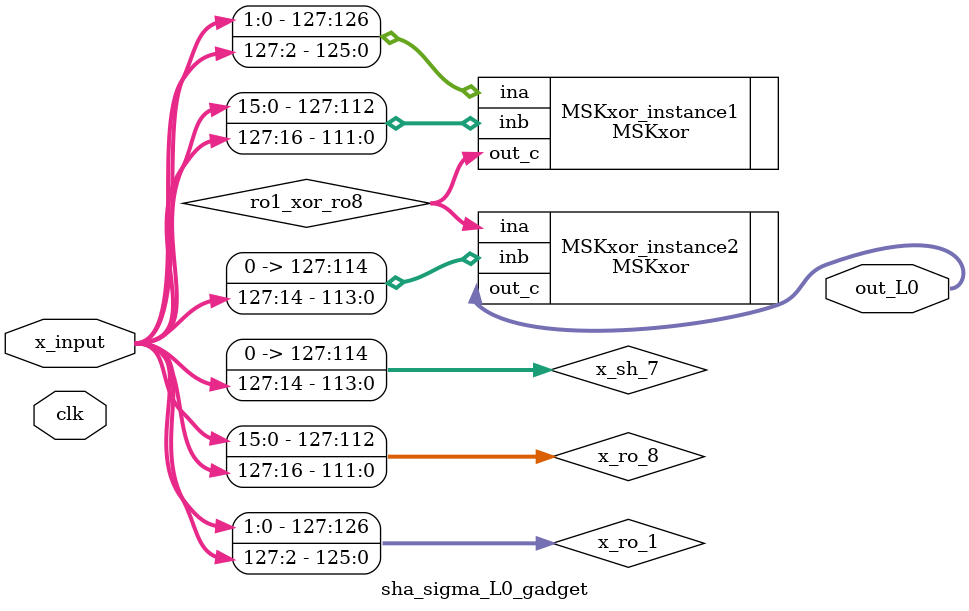
<source format=v>
module sha_sigma_L0_gadget  #(parameter d=2)(
	clk,
	x_input,
	out_L0
);
	localparam word = 64;

	input  clk;
	input  [d*word-1:0] x_input;
	output  [d*word-1:0] out_L0;
	
	wire  [d*word-1:0] x_ro_1;
	wire  [d*word-1:0] x_ro_8;
	wire  [d*word-1:0] x_sh_7;
	wire  [d*word-1:0] ro1_xor_ro8;
	
	
	assign x_ro_1 = {x_input[1*d-1:0], x_input[word*d-1:1*d]};
	assign x_ro_8 = {x_input[8*d-1:0], x_input[word*d-1:8*d]};
	assign x_sh_7 = {{2{7'h00}}, x_input[word*d-1:7*d]};
	
	MSKxor #(
		.d(d),
		.count(word)
	) MSKxor_instance1 (
		.ina(x_ro_1),
		.inb(x_ro_8),
		.out_c(ro1_xor_ro8)
	);
	
	MSKxor #(
		.d(d),
		.count(word)
	) MSKxor_instance2 (
		.ina(ro1_xor_ro8),
		.inb(x_sh_7),
		.out_c(out_L0)
	);
endmodule

</source>
